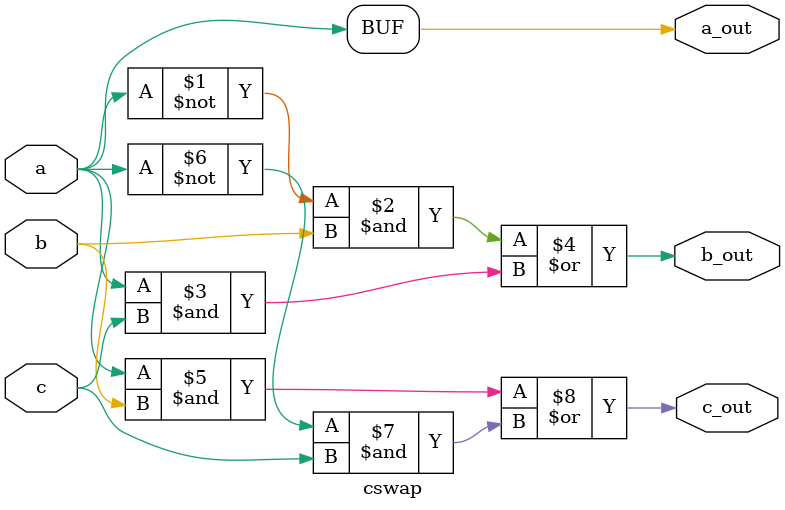
<source format=v>
module cswap(a,b,c,a_out,b_out,c_out);
    input a,b,c;
    output a_out,b_out,c_out;

    assign a_out=a;
    assign b_out=(~a&b)|(a&c);
    assign c_out=(a&b)|(~a&c);
    
endmodule
</source>
